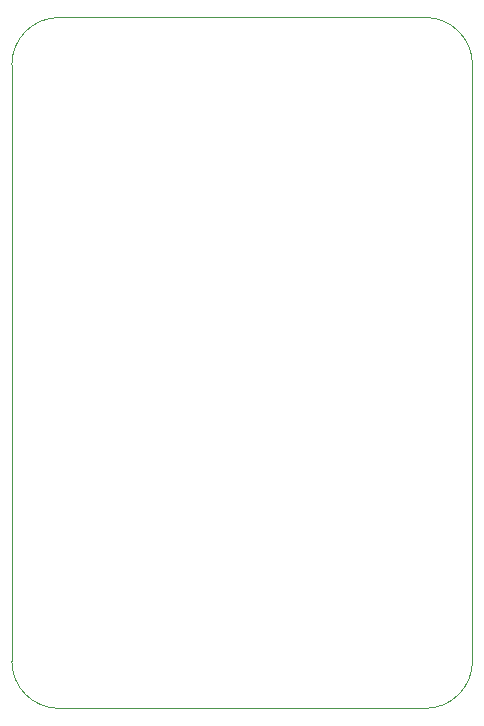
<source format=gm1>
G04 #@! TF.GenerationSoftware,KiCad,Pcbnew,8.0.4*
G04 #@! TF.CreationDate,2024-10-18T17:00:07+02:00*
G04 #@! TF.ProjectId,Atari_SIO2SD_Mini,41746172-695f-4534-994f-3253445f4d69,rev?*
G04 #@! TF.SameCoordinates,Original*
G04 #@! TF.FileFunction,Profile,NP*
%FSLAX46Y46*%
G04 Gerber Fmt 4.6, Leading zero omitted, Abs format (unit mm)*
G04 Created by KiCad (PCBNEW 8.0.4) date 2024-10-18 17:00:07*
%MOMM*%
%LPD*%
G01*
G04 APERTURE LIST*
G04 #@! TA.AperFunction,Profile*
%ADD10C,0.050000*%
G04 #@! TD*
G04 APERTURE END LIST*
D10*
X165500000Y-54498427D02*
G75*
G02*
X169499973Y-58498427I0J-3999973D01*
G01*
X134500000Y-113000000D02*
G75*
G02*
X130500000Y-109000000I0J4000000D01*
G01*
X141499999Y-54500000D02*
X158500001Y-54500000D01*
X134500000Y-113000000D02*
X165500000Y-113000000D01*
X169500000Y-109000000D02*
G75*
G02*
X165500000Y-113000000I-4000000J0D01*
G01*
X130499996Y-62999999D02*
X130500000Y-58500000D01*
X169500000Y-109000000D02*
X169500000Y-63000000D01*
X130500000Y-109000000D02*
X130499996Y-62999999D01*
X134500000Y-54500000D02*
X141499999Y-54500000D01*
X130500000Y-58500000D02*
G75*
G02*
X134500000Y-54500000I4000000J0D01*
G01*
X169500000Y-63000000D02*
X169500000Y-58498427D01*
X158500001Y-54500000D02*
X165500000Y-54500000D01*
M02*

</source>
